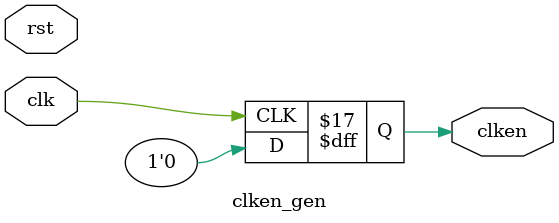
<source format=v>
module clken_gen #(
  parameter DIV_RATIO = 16
)(
  input clk,
  input rst,
  output clken
);

// ----------------------------------------------------------------------------
parameter WIDTH = $clog2(DIV_RATIO);

// ----------------------------------------------------------------------------
reg clken;
reg [(WIDTH-1):0] cnt;

// ----------------------------------------------------------------------------
always @(posedge clk) begin
  if(rst == 1) begin
    cnt <= 8'b0;
    clken <= 0;
  end else begin
    if(cnt == DIV_RATIO) begin
      cnt <= 8'b0;
      clken <= 1;
    end else begin
      clken <= 0;
      cnt <= cnt + 1;
    end
  end
end

endmodule

</source>
